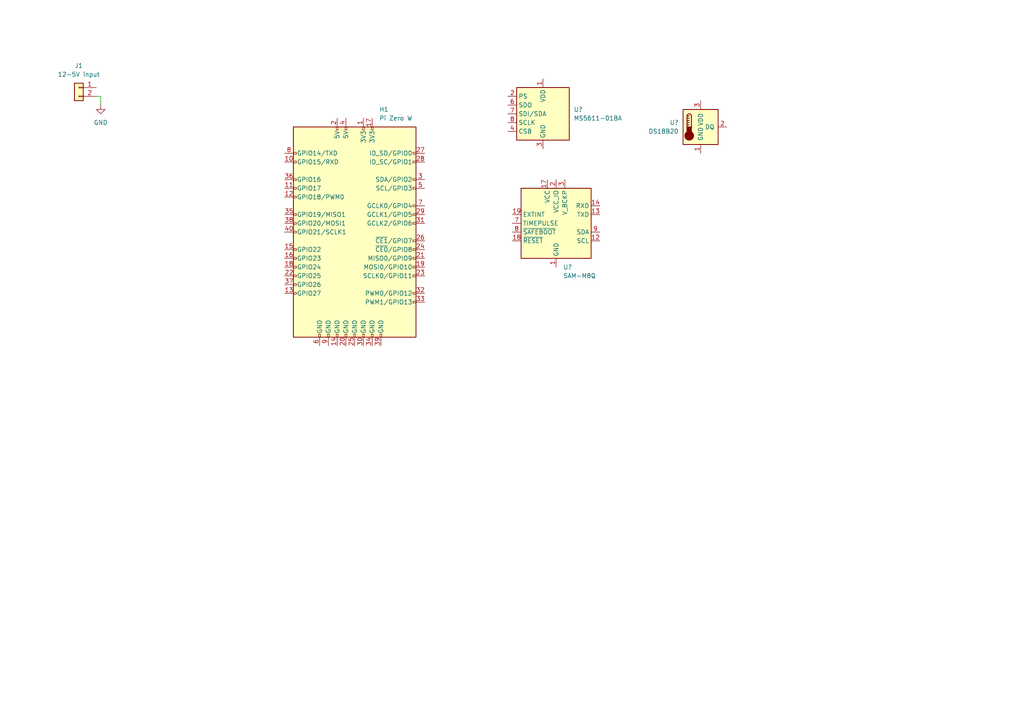
<source format=kicad_sch>
(kicad_sch (version 20211123) (generator eeschema)
  (paper "A4")
  (lib_symbols
    (symbol "Connector:Raspberry_Pi_2_3" (pin_names (offset 1.016))
      (property "Reference" "J" (at -17.78 31.75 0))
      (property "Value" "Raspberry_Pi_2_3" (at 10.16 -31.75 0))
      (symbol "Raspberry_Pi_2_3_0_1"
        (rectangle (start -17.78 30.48) (end 17.78 -30.48) (stroke (width 0.254)) (fill (type background)))
      )
      (symbol "Raspberry_Pi_2_3_1_1"
        (rectangle (start -16.891 -17.526) (end -17.78 -18.034))
        (rectangle (start -16.891 -14.986) (end -17.78 -15.494))
        (rectangle (start -16.891 -12.446) (end -17.78 -12.954))
        (rectangle (start -16.891 -9.906) (end -17.78 -10.414))
        (rectangle (start -16.891 -7.366) (end -17.78 -7.874))
        (rectangle (start -16.891 -4.826) (end -17.78 -5.334))
        (rectangle (start -16.891 0.254) (end -17.78 -0.254))
        (rectangle (start -16.891 2.794) (end -17.78 2.286))
        (rectangle (start -16.891 5.334) (end -17.78 4.826))
        (rectangle (start -16.891 10.414) (end -17.78 9.906))
        (rectangle (start -16.891 12.954) (end -17.78 12.446))
        (rectangle (start -16.891 15.494) (end -17.78 14.986))
        (rectangle (start -16.891 20.574) (end -17.78 20.066))
        (rectangle (start -16.891 23.114) (end -17.78 22.606))
        (rectangle (start -10.414 -29.591) (end -9.906 -30.48))
        (rectangle (start -7.874 -29.591) (end -7.366 -30.48))
        (rectangle (start -5.334 -29.591) (end -4.826 -30.48))
        (rectangle (start -5.334 30.48) (end -4.826 29.591))
        (rectangle (start -2.794 -29.591) (end -2.286 -30.48))
        (rectangle (start -2.794 30.48) (end -2.286 29.591))
        (rectangle (start -0.254 -29.591) (end 0.254 -30.48))
        (rectangle (start 2.286 -29.591) (end 2.794 -30.48))
        (rectangle (start 2.286 30.48) (end 2.794 29.591))
        (rectangle (start 4.826 -29.591) (end 5.334 -30.48))
        (rectangle (start 4.826 30.48) (end 5.334 29.591))
        (rectangle (start 7.366 -29.591) (end 7.874 -30.48))
        (rectangle (start 17.78 -20.066) (end 16.891 -20.574))
        (rectangle (start 17.78 -17.526) (end 16.891 -18.034))
        (rectangle (start 17.78 -12.446) (end 16.891 -12.954))
        (rectangle (start 17.78 -9.906) (end 16.891 -10.414))
        (rectangle (start 17.78 -7.366) (end 16.891 -7.874))
        (rectangle (start 17.78 -4.826) (end 16.891 -5.334))
        (rectangle (start 17.78 -2.286) (end 16.891 -2.794))
        (rectangle (start 17.78 2.794) (end 16.891 2.286))
        (rectangle (start 17.78 5.334) (end 16.891 4.826))
        (rectangle (start 17.78 7.874) (end 16.891 7.366))
        (rectangle (start 17.78 12.954) (end 16.891 12.446))
        (rectangle (start 17.78 15.494) (end 16.891 14.986))
        (rectangle (start 17.78 20.574) (end 16.891 20.066))
        (rectangle (start 17.78 23.114) (end 16.891 22.606))
        (pin power_in line (at 2.54 33.02 270) (length 2.54) (name "3V3") (number "1"))
        (pin bidirectional line (at -20.32 20.32 0) (length 2.54) (name "GPIO15/RXD") (number "10"))
        (pin bidirectional line (at -20.32 12.7 0) (length 2.54) (name "GPIO17") (number "11"))
        (pin bidirectional line (at -20.32 10.16 0) (length 2.54) (name "GPIO18/PWM0") (number "12"))
        (pin bidirectional line (at -20.32 -17.78 0) (length 2.54) (name "GPIO27") (number "13"))
        (pin power_in line (at -5.08 -33.02 90) (length 2.54) (name "GND") (number "14"))
        (pin bidirectional line (at -20.32 -5.08 0) (length 2.54) (name "GPIO22") (number "15"))
        (pin bidirectional line (at -20.32 -7.62 0) (length 2.54) (name "GPIO23") (number "16"))
        (pin power_in line (at 5.08 33.02 270) (length 2.54) (name "3V3") (number "17"))
        (pin bidirectional line (at -20.32 -10.16 0) (length 2.54) (name "GPIO24") (number "18"))
        (pin bidirectional line (at 20.32 -10.16 180) (length 2.54) (name "MOSI0/GPIO10") (number "19"))
        (pin power_in line (at -5.08 33.02 270) (length 2.54) (name "5V") (number "2"))
        (pin power_in line (at -2.54 -33.02 90) (length 2.54) (name "GND") (number "20"))
        (pin bidirectional line (at 20.32 -7.62 180) (length 2.54) (name "MISO0/GPIO9") (number "21"))
        (pin bidirectional line (at -20.32 -12.7 0) (length 2.54) (name "GPIO25") (number "22"))
        (pin bidirectional line (at 20.32 -12.7 180) (length 2.54) (name "SCLK0/GPIO11") (number "23"))
        (pin bidirectional line (at 20.32 -5.08 180) (length 2.54) (name "~{CE0}/GPIO8") (number "24"))
        (pin power_in line (at 0 -33.02 90) (length 2.54) (name "GND") (number "25"))
        (pin bidirectional line (at 20.32 -2.54 180) (length 2.54) (name "~{CE1}/GPIO7") (number "26"))
        (pin bidirectional line (at 20.32 22.86 180) (length 2.54) (name "ID_SD/GPIO0") (number "27"))
        (pin bidirectional line (at 20.32 20.32 180) (length 2.54) (name "ID_SC/GPIO1") (number "28"))
        (pin bidirectional line (at 20.32 5.08 180) (length 2.54) (name "GCLK1/GPIO5") (number "29"))
        (pin bidirectional line (at 20.32 15.24 180) (length 2.54) (name "SDA/GPIO2") (number "3"))
        (pin power_in line (at 2.54 -33.02 90) (length 2.54) (name "GND") (number "30"))
        (pin bidirectional line (at 20.32 2.54 180) (length 2.54) (name "GCLK2/GPIO6") (number "31"))
        (pin bidirectional line (at 20.32 -17.78 180) (length 2.54) (name "PWM0/GPIO12") (number "32"))
        (pin bidirectional line (at 20.32 -20.32 180) (length 2.54) (name "PWM1/GPIO13") (number "33"))
        (pin power_in line (at 5.08 -33.02 90) (length 2.54) (name "GND") (number "34"))
        (pin bidirectional line (at -20.32 5.08 0) (length 2.54) (name "GPIO19/MISO1") (number "35"))
        (pin bidirectional line (at -20.32 15.24 0) (length 2.54) (name "GPIO16") (number "36"))
        (pin bidirectional line (at -20.32 -15.24 0) (length 2.54) (name "GPIO26") (number "37"))
        (pin bidirectional line (at -20.32 2.54 0) (length 2.54) (name "GPIO20/MOSI1") (number "38"))
        (pin power_in line (at 7.62 -33.02 90) (length 2.54) (name "GND") (number "39"))
        (pin power_in line (at -2.54 33.02 270) (length 2.54) (name "5V") (number "4"))
        (pin bidirectional line (at -20.32 0 0) (length 2.54) (name "GPIO21/SCLK1") (number "40"))
        (pin bidirectional line (at 20.32 12.7 180) (length 2.54) (name "SCL/GPIO3") (number "5"))
        (pin power_in line (at -10.16 -33.02 90) (length 2.54) (name "GND") (number "6"))
        (pin bidirectional line (at 20.32 7.62 180) (length 2.54) (name "GCLK0/GPIO4") (number "7"))
        (pin bidirectional line (at -20.32 22.86 0) (length 2.54) (name "GPIO14/TXD") (number "8"))
        (pin power_in line (at -7.62 -33.02 90) (length 2.54) (name "GND") (number "9"))
      )
    )
    (symbol "Connector_Generic:Conn_01x02" (pin_names (offset 1.016) hide)
      (property "Reference" "J" (at 0 2.54 0))
      (property "Value" "Conn_01x02" (at 0 -5.08 0))
      (symbol "Conn_01x02_1_1"
        (rectangle (start -1.27 -2.413) (end 0 -2.667) (stroke (width 0.1524)))
        (rectangle (start -1.27 0.127) (end 0 -0.127) (stroke (width 0.1524)))
        (rectangle (start -1.27 1.27) (end 1.27 -3.81) (stroke (width 0.254)) (fill (type background)))
        (pin passive line (at -5.08 0 0) (length 3.81) (name "Pin_1") (number "1"))
        (pin passive line (at -5.08 -2.54 0) (length 3.81) (name "Pin_2") (number "2"))
      )
    )
    (symbol "RF_GPS:SAM-M8Q"
      (property "Reference" "U" (at -8.89 11.43 0))
      (property "Value" "SAM-M8Q" (at 8.89 11.43 0))
      (symbol "SAM-M8Q_0_1"
        (rectangle (start -10.16 10.16) (end 10.16 -10.16) (stroke (width 0.254)) (fill (type background)))
      )
      (symbol "SAM-M8Q_1_1"
        (pin power_in line (at 0 -12.7 90) (length 2.54) (name "GND") (number "1"))
        (pin passive line (at 0 -12.7 90) (length 2.54) hide (name "GND") (number "10"))
        (pin passive line (at 0 -12.7 90) (length 2.54) hide (name "GND") (number "11"))
        (pin input line (at 12.7 -5.08 180) (length 2.54) (name "SCL") (number "12"))
        (pin output line (at 12.7 2.54 180) (length 2.54) (name "TXD") (number "13"))
        (pin input line (at 12.7 5.08 180) (length 2.54) (name "RXD") (number "14"))
        (pin passive line (at 0 -12.7 90) (length 2.54) hide (name "GND") (number "15"))
        (pin passive line (at 0 -12.7 90) (length 2.54) hide (name "GND") (number "16"))
        (pin power_in line (at -2.54 12.7 270) (length 2.54) (name "VCC") (number "17"))
        (pin input line (at -12.7 -5.08 0) (length 2.54) (name "~{RESET}") (number "18"))
        (pin input line (at -12.7 2.54 0) (length 2.54) (name "EXTINT") (number "19"))
        (pin power_in line (at 0 12.7 270) (length 2.54) (name "VCC_IO") (number "2"))
        (pin passive line (at 0 -12.7 90) (length 2.54) hide (name "GND") (number "20"))
        (pin power_in line (at 2.54 12.7 270) (length 2.54) (name "V_BCKP") (number "3"))
        (pin passive line (at 0 -12.7 90) (length 2.54) hide (name "GND") (number "4"))
        (pin passive line (at 0 -12.7 90) (length 2.54) hide (name "GND") (number "5"))
        (pin passive line (at 0 -12.7 90) (length 2.54) hide (name "GND") (number "6"))
        (pin output line (at -12.7 0 0) (length 2.54) (name "TIMEPULSE") (number "7"))
        (pin input line (at -12.7 -2.54 0) (length 2.54) (name "~{SAFEBOOT}") (number "8"))
        (pin bidirectional line (at 12.7 -2.54 180) (length 2.54) (name "SDA") (number "9"))
      )
    )
    (symbol "Sensor_Pressure:MS5611-01BA"
      (property "Reference" "U" (at -6.35 8.89 0))
      (property "Value" "MS5611-01BA" (at 7.62 8.89 0))
      (symbol "MS5611-01BA_0_1"
        (rectangle (start -7.62 7.62) (end 7.62 -7.62) (stroke (width 0.254)) (fill (type background)))
      )
      (symbol "MS5611-01BA_1_1"
        (pin power_in line (at 0 10.16 270) (length 2.54) (name "VDD") (number "1"))
        (pin input line (at -10.16 5.08 0) (length 2.54) (name "PS") (number "2"))
        (pin power_in line (at 0 -10.16 90) (length 2.54) (name "GND") (number "3"))
        (pin input line (at -10.16 -5.08 0) (length 2.54) (name "CSB") (number "4"))
        (pin input line (at -10.16 -5.08 0) (length 2.54) hide (name "CSB") (number "5"))
        (pin output line (at -10.16 2.54 0) (length 2.54) (name "SDO") (number "6"))
        (pin bidirectional line (at -10.16 0 0) (length 2.54) (name "SDI/SDA") (number "7"))
        (pin input line (at -10.16 -2.54 0) (length 2.54) (name "SCLK") (number "8"))
      )
    )
    (symbol "Sensor_Temperature:DS18B20" (pin_names (offset 1.016))
      (property "Reference" "U" (at -3.81 6.35 0))
      (property "Value" "DS18B20" (at 6.35 6.35 0))
      (symbol "DS18B20_0_1"
        (rectangle (start -5.08 5.08) (end 5.08 -5.08) (stroke (width 0.254)) (fill (type background)))
        (circle (center -3.302 -2.54) (radius 1.27) (stroke (width 0.254)) (fill (type outline)))
        (rectangle (start -2.667 -1.905) (end -3.937 0) (stroke (width 0.254)) (fill (type outline)))
        (arc (start -2.667 3.175) (mid -3.302 3.81) (end -3.937 3.175) (stroke (width 0.254)))
        (polyline (pts (xy -3.937 0.635) (xy -3.302 0.635)) (stroke (width 0.254)))
        (polyline (pts (xy -3.937 1.27) (xy -3.302 1.27)) (stroke (width 0.254)))
        (polyline (pts (xy -3.937 1.905) (xy -3.302 1.905)) (stroke (width 0.254)))
        (polyline (pts (xy -3.937 2.54) (xy -3.302 2.54)) (stroke (width 0.254)))
        (polyline (pts (xy -3.937 3.175) (xy -3.937 0)) (stroke (width 0.254)))
        (polyline (pts (xy -3.937 3.175) (xy -3.302 3.175)) (stroke (width 0.254)))
        (polyline (pts (xy -2.667 3.175) (xy -2.667 0)) (stroke (width 0.254)))
      )
      (symbol "DS18B20_1_1"
        (pin power_in line (at 0 -7.62 90) (length 2.54) (name "GND") (number "1"))
        (pin bidirectional line (at 7.62 0 180) (length 2.54) (name "DQ") (number "2"))
        (pin power_in line (at 0 7.62 270) (length 2.54) (name "VDD") (number "3"))
      )
    )
    (symbol "power:GND" (power) (pin_names (offset 0))
      (property "Value" "GND" (at 0 -3.81 0))
      (symbol "GND_0_1"
        (polyline (pts (xy 0 0) (xy 0 -1.27) (xy 1.27 -1.27) (xy 0 -2.54) (xy -1.27 -1.27) (xy 0 -1.27)))
      )
      (symbol "GND_1_1"
        (pin power_in line (at 0 0 270) (length 0) hide (name "GND") (number "1"))
      )
    )
  )
  (wire (pts (xy 27.94 27.94) (xy 29.21 27.94)))
  (wire (pts (xy 29.21 27.94) (xy 29.21 30.48)))
  (symbol (lib_id "RF_GPS:SAM-M8Q") (at 161.29 64.77 0) (unit 1)
    (property "Reference" "U?" (at 163.3094 77.47 0) (effects (justify left)))
    (property "Value" "SAM-M8Q" (at 163.3094 80.01 0) (effects (justify left)))
    (property "Footprint" "RF_GPS:ublox_SAM-M8Q" (effects hide))
    (property "Datasheet" "https://www.u-blox.com/sites/default/files/SAM-M8Q_DataSheet_%28UBX-16012619%29.pdf" (effects hide))
  )
  (symbol (lib_id "power:GND") (at 29.21 30.48 0) (unit 1)
    (property "Reference" "#PWR?" (effects hide))
    (property "Value" "GND" (at 29.21 35.56 0))
  )
  (symbol (lib_id "Connector:Raspberry_Pi_2_3") (at 102.87 67.31 0) (unit 1)
    (property "Reference" "H1" (at 109.9694 31.75 0) (effects (justify left)))
    (property "Value" "Pi Zero W" (at 109.9694 34.29 0) (effects (justify left)))
    (property "Footprint" "Connector_PinHeader_2.54mm:PinHeader_2x20_P2.54mm_Vertical" (effects hide))
    (property "Datasheet" "https://www.raspberrypi.org/documentation/hardware/raspberrypi/schematics/rpi_SCH_3bplus_1p0_reduced.pdf" (effects hide))
  )
  (symbol (lib_id "Sensor_Pressure:MS5611-01BA") (at 157.48 33.02 0) (unit 1)
    (property "Reference" "U?" (at 166.37 31.7499 0) (effects (justify left)))
    (property "Value" "MS5611-01BA" (at 166.37 34.2899 0) (effects (justify left)))
    (property "Footprint" "Package_LGA:LGA-8_3x5mm_P1.25mm" (effects hide))
    (property "Datasheet" "https://www.te.com/commerce/DocumentDelivery/DDEController?Action=srchrtrv&DocNm=MS5611-01BA03&DocType=Data+Sheet&DocLang=English" (effects hide))
  )
  (symbol (lib_id "Connector_Generic:Conn_01x02") (at 22.86 25.4 0) (mirror y) (unit 1)
    (property "Reference" "J1" (at 22.86 19.05 0))
    (property "Value" "12-5V input" (at 22.86 21.59 0))
    (property "Footprint" "Connector_JST:JST_EH_B2B-EH-A_1x02_P2.50mm_Vertical" (effects hide))
  )
  (symbol (lib_id "Sensor_Temperature:DS18B20") (at 203.2 36.83 0) (unit 1)
    (property "Reference" "U?" (at 196.85 35.5599 0) (effects (justify right)))
    (property "Value" "DS18B20" (at 196.85 38.0999 0) (effects (justify right)))
    (property "Footprint" "Package_TO_SOT_THT:TO-92_Inline" (effects hide))
    (property "Datasheet" "http://datasheets.maximintegrated.com/en/ds/DS18B20.pdf" (effects hide))
  )
)
</source>
